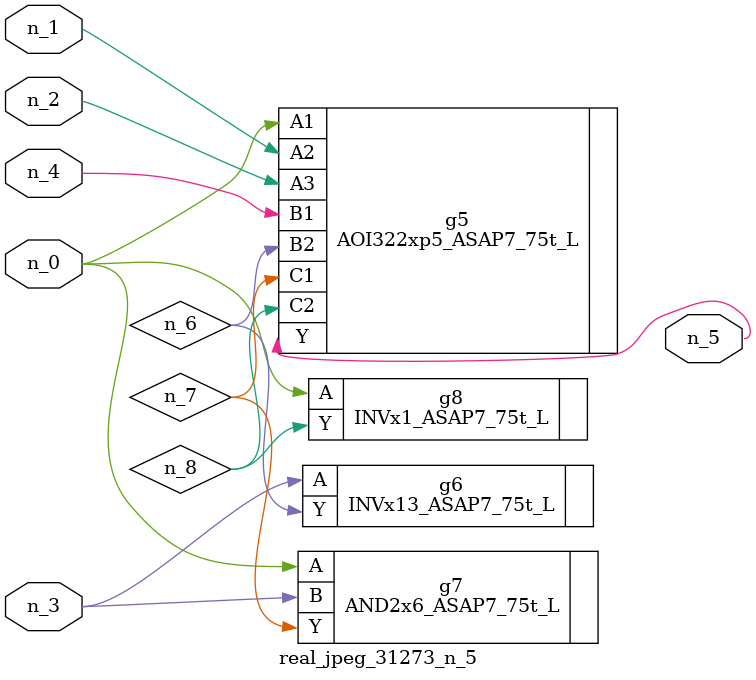
<source format=v>
module real_jpeg_31273_n_5 (n_4, n_0, n_1, n_2, n_3, n_5);

input n_4;
input n_0;
input n_1;
input n_2;
input n_3;

output n_5;

wire n_8;
wire n_6;
wire n_7;

AOI322xp5_ASAP7_75t_L g5 ( 
.A1(n_0),
.A2(n_1),
.A3(n_2),
.B1(n_4),
.B2(n_6),
.C1(n_7),
.C2(n_8),
.Y(n_5)
);

AND2x6_ASAP7_75t_L g7 ( 
.A(n_0),
.B(n_3),
.Y(n_7)
);

INVx1_ASAP7_75t_L g8 ( 
.A(n_0),
.Y(n_8)
);

INVx13_ASAP7_75t_L g6 ( 
.A(n_3),
.Y(n_6)
);


endmodule
</source>
